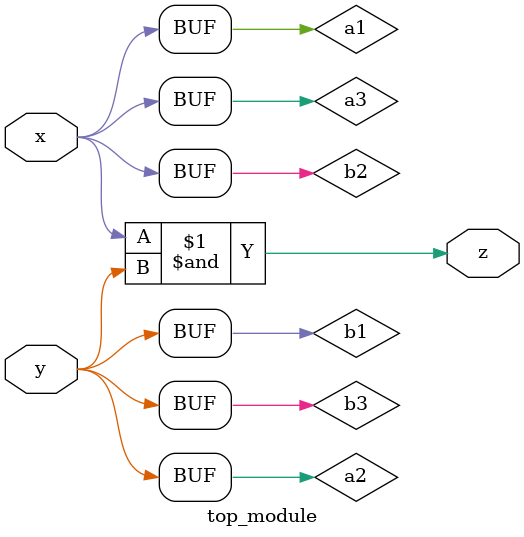
<source format=sv>
module top_module(
    input x,
    input y,
    output z
);

wire a1, b1, a2, b2, a3, b3;

// First logic gate
assign a1 = x;
assign b1 = y;

// Second logic gate
assign a2 = y;
assign b2 = x;

// Third logic gate
assign a3 = a1;
assign b3 = a2;

// Output
assign z = a3 & b3;

endmodule

</source>
